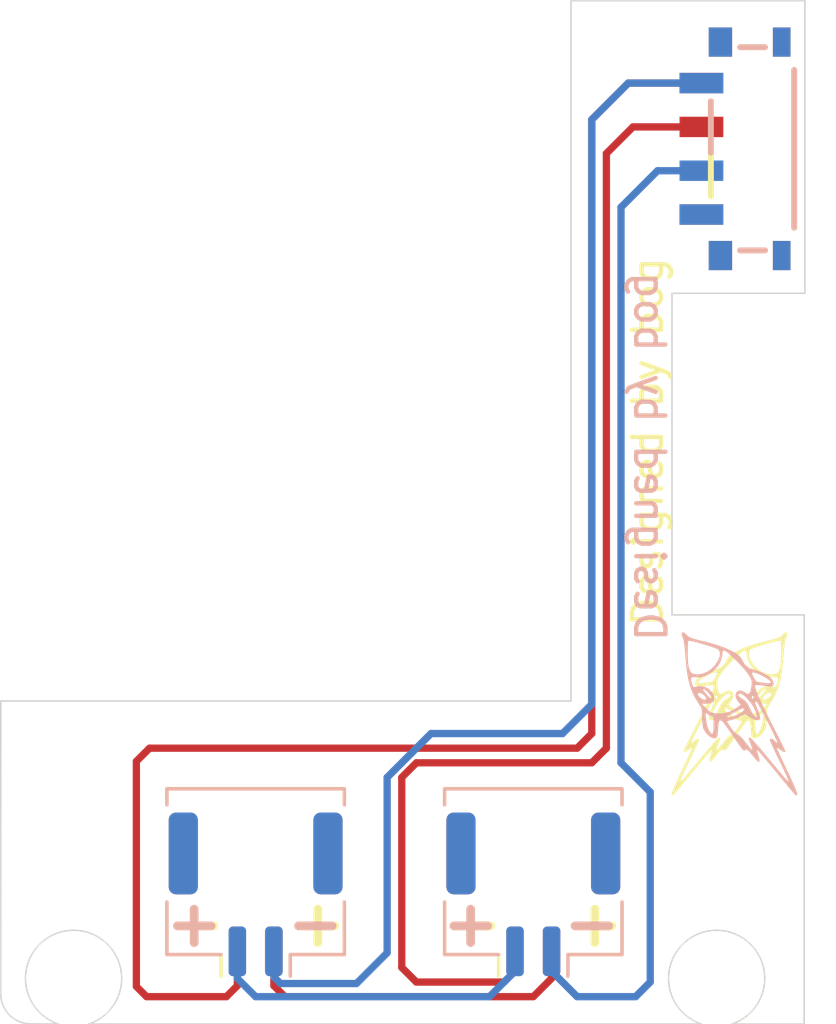
<source format=kicad_pcb>
(kicad_pcb (version 20240108) (generator "pcbnew") (generator_version "8.0")
  (layers (0 "F.Cu" signal) (31 "B.Cu" signal) (34 "B.Paste" user) (35 "F.Paste" user) (36 "B.SilkS" user "B.Silkscreen") (37 "F.SilkS" user "F.Silkscreen") (38 "B.Mask" user) (39 "F.Mask" user) (44 "Edge.Cuts" user))
  (net 0 "")
  (net 1 "Net-(J1--)")
  (net 2 "Net-(J1-+)")
  (net 3 "Net-(S1-P)")
  (net 5 "Net-(J5--)")
  (net 6 "Net-(J5-+)")
  (net 7 "Net-(S2-P)")
  (footprint "Connector_Molex:Molex_CLIK-Mate_502382-0270_1x02-1MP_P1.25mm_Vertical" (layer "F.Cu") (at 50.5 118.5)
    (property "Reference" "J1" (hide yes))
    (property "Value" "JST_2MM_MALE" (hide yes))
    (fp_line (start -3.035 -3.61) (end 3.035 -3.61) (stroke (width 0.12)) (layer "F.SilkS"))
    (fp_line (start -3.035 -3.06) (end -3.035 -3.61) (stroke (width 0.12)) (layer "F.SilkS"))
    (fp_line (start -3.035 0.26) (end -3.035 2.06) (stroke (width 0.12)) (layer "F.SilkS"))
    (fp_line (start -3.035 2.06) (end -1.185 2.06) (stroke (width 0.12)) (layer "F.SilkS"))
    (fp_line (start -1.185 2.06) (end -1.185 2.8) (stroke (width 0.12)) (layer "F.SilkS"))
    (fp_line (start 3.035 -3.61) (end 3.035 -3.06) (stroke (width 0.12)) (layer "F.SilkS"))
    (fp_line (start 3.035 0.26) (end 3.035 2.06) (stroke (width 0.12)) (layer "F.SilkS"))
    (fp_line (start 3.035 2.06) (end 1.185 2.06) (stroke (width 0.12)) (layer "F.SilkS"))
    (pad "1" smd roundrect (at -0.625 1.95) (size 0.6 1.7) (layers "F.Cu" "F.Paste" "F.Mask") (net 1 "Net-(J1--)"))
    (pad "2" smd roundrect (at 0.625 1.95) (size 0.6 1.7) (layers "F.Cu" "F.Paste" "F.Mask") (net 2 "Net-(J1-+)"))
    (pad "MP" smd roundrect (at -2.475 -1.4) (size 1 2.8) (layers "F.Cu" "F.Paste" "F.Mask"))
    (pad "MP" smd roundrect (at 2.475 -1.4) (size 1 2.8) (layers "F.Cu" "F.Paste" "F.Mask"))
  )
  (footprint "bog_lib:logo" (layer "F.Cu") (at 66.711323 112.325837)
    (property "Reference" "G***" (hide yes))
    (property "Value" "LOGO" (hide yes))
    (fp_poly (pts (xy 1.964808 -2.784222) (xy 1.984734 -2.730253) (xy 1.956116 -2.642122) (xy 1.94536 -2.620596) (xy 1.91295 -2.522424) (xy 1.885239 -2.360045) (xy 1.861551 -2.128696) (xy 1.847614 -1.933068) (xy 1.807994 -1.50793) (xy 1.744262 -1.14533) (xy 1.653007 -0.833673) (xy 1.530823 -0.561366) (xy 1.3743 -0.316814) (xy 1.371325 -0.312833) (xy 1.320456 -0.235153) (xy 1.291577 -0.155609) (xy 1.279223 -0.049363) (xy 1.277932 0.108422) (xy 1.277971 0.111497) (xy 1.270852 0.322215) (xy 1.241175 0.478538) (xy 1.213426 0.550164) (xy 1.125435 0.684186) (xy 1.012876 0.784991) (xy 0.895728 0.837211) (xy 0.836979 0.839714) (xy 0.792866 0.826964) (xy 0.765027 0.793119) (xy 0.747865 0.721723) (xy 0.735787 0.596324) (xy 0.731212 0.528687) (xy 0.718742 0.388192) (xy 0.718721 0.388056) (xy 0.885151 0.388056) (xy 0.890435 0.559499) (xy 0.907971 0.657119) (xy 0.940283 0.683445) (xy 0.989898 0.641005) (xy 1.048305 0.551477) (xy 1.088615 0.450289) (xy 1.123395 0.307437) (xy 1.140972 0.188961) (xy 1.153394 0.057119) (xy 1.15419 -0.01076) (xy 1.139776 -0.027261) (xy 1.106566 -0.004971) (xy 1.089889 0.009622) (xy 1.008367 0.061272) (xy 0.949469 0.07697) (xy 0.917143 0.087505) (xy 0.897678 0.128902) (xy 0.888037 0.215854) (xy 0.885182 0.36305) (xy 0.885151 0.388056) (xy 0.718721 0.388056) (xy 0.702918 0.28333) (xy 0.686711 0.23253) (xy 0.683106 0.23043) (xy 0.619341 0.230909) (xy 0.618346 0.23091) (xy 0.585345 0.261097) (xy 0.517906 0.344363) (xy 0.424311 0.469759) (xy 0.312844 0.626339) (xy 0.247052 0.721591) (xy 0.108483 0.924332) (xy 0.006814 1.071612) (xy -0.064857 1.171264) (xy -0.113431 1.231119) (xy -0.145809 1.25901) (xy -0.168893 1.262768) (xy -0.189584 1.250224) (xy -0.206249 1.236012) (xy -0.242958 1.222313) (xy -0.289837 1.246171) (xy -0.358485 1.316659) (xy -0.444467 1.42237) (xy -0.535421 1.53307) (xy -0.610461 1.61516) (xy -0.655726 1.653687) (xy -0.65992 1.654849) (xy -0.688921 1.622946) (xy -0.685819 1.538089) (xy -0.652145 1.416558) (xy -0.632844 1.366986) (xy -0.604012 1.281807) (xy -0.602885 1.238491) (xy -0.610442 1.237211) (xy -0.644097 1.269587) (xy -0.719264 1.353636) (xy -0.829008 1.481218) (xy -0.966395 1.644194) (xy -1.124492 1.834425) (xy -1.268374 2.00951) (xy -1.438643 2.21688) (xy -1.593985 2.404449) (xy -1.727451 2.563957) (xy -1.832094 2.687145) (xy -1.900965 2.765754) (xy -1.926047 2.791267) (xy -1.969474 2.783034) (xy -1.984344 2.759359) (xy -1.974397 2.709971) (xy -1.934775 2.602433) (xy -1.870053 2.447522) (xy -1.803423 2.297836) (xy -1.67519 2.297836) (xy -1.666675 2.307148) (xy -1.664987 2.307121) (xy -1.633595 2.277968) (xy -1.560689 2.196992) (xy -1.453131 2.072235) (xy -1.317784 1.911738) (xy -1.161511 1.723544) (xy -1.02458 1.556666) (xy -0.855261 1.351738) (xy -0.699746 1.16822) (xy -0.565184 1.014169) (xy -0.458721 0.897643) (xy -0.387504 0.826701) (xy -0.360716 0.808182) (xy -0.325602 0.810742) (xy -0.312918 0.829315) (xy -0.32434 0.880242) (xy -0.361548 0.979864) (xy -0.384287 1.037667) (xy -0.421521 1.143621) (xy -0.43724 1.213138) (xy -0.432393 1.229414) (xy -0.397843 1.199705) (xy -0.330477 1.122406) (xy -0.242794 1.012148) (xy -0.210491 0.969641) (xy -0.103001 0.838226) (xy -0.008604 0.744423) (xy 0.059392 0.701268) (xy 0.064503 0.700199) (xy 0.133766 0.660113) (xy 0.222322 0.56538) (xy 0.284615 0.479503) (xy 0.355551 0.370463) (xy 0.405558 0.28939) (xy 0.423333 0.255027) (xy 0.389679 0.23891) (xy 0.306124 0.218288) (xy 0.279015 0.213046) (xy 0.154424 0.17699) (xy 0.014037 0.118059) (xy -0.032396 0.094044) (xy -0.199488 0.001471) (xy -0.324246 0.096628) (xy -0.447282 0.172333) (xy -0.565652 0.21502) (xy -0.66047 0.220516) (xy -0.712852 0.184646) (xy -0.713646 0.182693) (xy -0.711132 0.119622) (xy -0.692888 0.048465) (xy -0.598548 0.048465) (xy -0.5948 0.101851) (xy -0.561789 0.115455) (xy -0.514641 0.080889) (xy -0.449584 -0.015601) (xy -0.386742 -0.138139) (xy -0.15394 -0.138139) (xy -0.120589 -0.089213) (xy -0.034941 -0.02932) (xy 0.081402 0.030995) (xy 0.206834 0.081187) (xy 0.319751 0.110711) (xy 0.363541 0.114442) (xy 0.412763 0.110103) (xy 0.417987 0.093981) (xy 0.372077 0.059638) (xy 0.267898 0.00064) (xy 0.192896 -0.039497) (xy 0.036701 -0.121106) (xy -0.064124 -0.168804) (xy -0.121532 -0.18599) (xy -0.147477 -0.176063) (xy -0.153909 -0.142423) (xy -0.15394 -0.138139) (xy -0.386742 -0.138139) (xy -0.373888 -0.163204) (xy -0.372574 -0.166043) (xy -0.296697 -0.318839) (xy -0.231384 -0.417455) (xy -0.162175 -0.480497) (xy -0.102015 -0.514212) (xy -0.010541 -0.572953) (xy 0.034363 -0.632202) (xy 0.026715 -0.677036) (xy -0.030472 -0.692727) (xy -0.101352 -0.663101) (xy -0.197904 -0.585284) (xy -0.304235 -0.475866) (xy -0.404452 -0.351436) (xy -0.482662 -0.228584) (xy -0.491341 -0.211666) (xy -0.56466 -0.053265) (xy -0.598548 0.048465) (xy -0.692888 0.048465) (xy -0.683121 0.010371) (xy -0.637269 -0.117271) (xy -0.578553 -0.265931) (xy -0.548295 -0.357443) (xy -0.543883 -0.405079) (xy -0.562707 -0.422112) (xy -0.57707 -0.423333) (xy -0.60365 -0.3909) (xy -0.657146 -0.301915) (xy -0.731179 -0.168849) (xy -0.819371 -0.004175) (xy -0.915343 0.179636) (xy -1.012719 0.370112) (xy -1.105118 0.554782) (xy -1.186164 0.721173) (xy -1.249478 0.856816) (xy -1.288682 0.949237) (xy -1.297696 0.985739) (xy -1.264245 0.972352) (xy -1.212487 0.923873) (xy -1.138385 0.864697) (xy -1.073757 0.848261) (xy -1.040181 0.8787) (xy -1.039091 0.890661) (xy -1.055216 0.93865) (xy -1.09978 1.042957) (xy -1.167072 1.190919) (xy -1.251379 1.369876) (xy -1.312584 1.496797) (xy -1.439052 1.757607) (xy -1.53463 1.957204) (xy -1.602677 2.103307) (xy -1.646547 2.203634) (xy -1.6696 2.265904) (xy -1.67519 2.297836) (xy -1.803423 2.297836) (xy -1.784808 2.256017) (xy -1.683616 2.038697) (xy -1.637543 1.942489) (xy -1.531146 1.72031) (xy -1.438044 1.522423) (xy -1.36285 1.358924) (xy -1.310177 1.239909) (xy -1.28464 1.175474) (xy -1.283202 1.167) (xy -1.31902 1.178696) (xy -1.388039 1.225352) (xy -1.395271 1.230977) (xy -1.487104 1.290018) (xy -1.553577 1.308348) (xy -1.577879 1.283272) (xy -1.561026 1.243714) (xy -1.51347 1.144756) (xy -1.439715 0.995442) (xy -1.344266 0.804818) (xy -1.231628 0.58193) (xy -1.106305 0.335822) (xy -1.095981 0.315626) (xy -0.912106 -0.04908) (xy -0.766189 -0.350068) (xy -0.658221 -0.587547) (xy -0.481786 -0.587547) (xy -0.475736 -0.55803) (xy -0.44842 -0.507393) (xy -0.438459 -0.500303) (xy -0.425005 -0.531729) (xy -0.423334 -0.55803) (xy -0.443474 -0.609254) (xy -0.460611 -0.615757) (xy -0.481786 -0.587547) (xy -0.658221 -0.587547) (xy -0.657134 -0.589939) (xy -0.583842 -0.771299) (xy -0.545215 -0.896752) (xy -0.540155 -0.968901) (xy -0.547899 -0.984059) (xy -0.592374 -0.987463) (xy -0.692121 -0.978858) (xy -0.8267 -0.960095) (xy -0.844981 -0.957124) (xy -1.012044 -0.93515) (xy -1.115276 -0.939402) (xy -1.164831 -0.974881) (xy -1.170863 -1.046591) (xy -1.1651 -1.073989) (xy -1.077576 -1.073989) (xy -1.049073 -1.050209) (xy -0.95864 -1.047611) (xy -0.859876 -1.057422) (xy -0.842433 -1.059858) (xy -0.420905 -1.059858) (xy -0.414943 -0.96531) (xy -0.394769 -0.84084) (xy -0.364497 -0.742954) (xy -0.347882 -0.713799) (xy -0.306555 -0.679138) (xy -0.258197 -0.691312) (xy -0.202223 -0.731764) (xy -0.080548 -0.796469) (xy 0.022276 -0.797864) (xy 0.09704 -0.749004) (xy 0.134535 -0.662943) (xy 0.125554 -0.552735) (xy 0.060888 -0.431433) (xy 0.032795 -0.398591) (xy -0.044158 -0.316122) (xy 0.087246 -0.215896) (xy 0.318915 -0.080144) (xy 0.568069 -0.017059) (xy 0.74287 -0.012872) (xy 0.876785 -0.024951) (xy 0.969359 -0.054176) (xy 1.054636 -0.115833) (xy 1.127153 -0.185406) (xy 1.28811 -0.346363) (xy 1.127864 -0.346363) (xy 0.971965 -0.368569) (xy 0.880024 -0.43274) (xy 0.854017 -0.535204) (xy 0.859546 -0.553293) (xy 0.962121 -0.553293) (xy 0.974348 -0.513002) (xy 0.991091 -0.521469) (xy 1.000437 -0.532302) (xy 1.137183 -0.532302) (xy 1.147684 -0.48981) (xy 1.201407 -0.483985) (xy 1.284639 -0.517883) (xy 1.356591 -0.569844) (xy 1.410386 -0.637796) (xy 1.423939 -0.682042) (xy 1.397478 -0.71655) (xy 1.33279 -0.70994) (xy 1.25192 -0.668968) (xy 1.183615 -0.608404) (xy 1.137183 -0.532302) (xy 1.000437 -0.532302) (xy 1.032567 -0.569542) (xy 1.105916 -0.651231) (xy 1.15258 -0.702348) (xy 1.218056 -0.782768) (xy 1.244657 -0.835159) (xy 1.236104 -0.846666) (xy 1.170482 -0.817651) (xy 1.088509 -0.746956) (xy 1.01309 -0.659109) (xy 0.967131 -0.578634) (xy 0.962121 -0.553293) (xy 0.859546 -0.553293) (xy 0.895919 -0.672292) (xy 0.924623 -0.723906) (xy 1.045898 -0.855756) (xy 1.204504 -0.932384) (xy 1.378794 -0.944805) (xy 1.431821 -0.934426) (xy 1.52606 -0.914157) (xy 1.574766 -0.928088) (xy 1.606095 -0.988192) (xy 1.614624 -1.012159) (xy 1.653549 -1.147707) (xy 1.651179 -1.225573) (xy 1.603984 -1.255142) (xy 1.525486 -1.249219) (xy 1.324084 -1.248224) (xy 1.121692 -1.311169) (xy 0.932666 -1.426567) (xy 0.771364 -1.582936) (xy 0.652145 -1.768789) (xy 0.589366 -1.972643) (xy 0.586018 -2.000703) (xy 0.574474 -2.098149) (xy 0.668564 -2.098149) (xy 0.675324 -1.971392) (xy 0.729418 -1.82814) (xy 0.823355 -1.682732) (xy 0.949643 -1.549506) (xy 1.100789 -1.442801) (xy 1.112492 -1.436492) (xy 1.280112 -1.371677) (xy 1.444262 -1.348997) (xy 1.581574 -1.370276) (xy 1.630365 -1.396106) (xy 1.682112 -1.464072) (xy 1.725774 -1.570634) (xy 1.733015 -1.598151) (xy 1.748818 -1.70099) (xy 1.760065 -1.841904) (xy 1.766667 -2.003078) (xy 1.768537 -2.166697) (xy 1.765587 -2.314946) (xy 1.757729 -2.43001) (xy 1.744875 -2.494072) (xy 1.737471 -2.501515) (xy 1.657548 -2.490338) (xy 1.527848 -2.460432) (xy 1.366416 -2.417229) (xy 1.191294 -2.366164) (xy 1.020524 -2.312671) (xy 0.872149 -2.262182) (xy 0.764211 -2.220133) (xy 0.716633 -2.194073) (xy 0.668564 -2.098149) (xy 0.574474 -2.098149) (xy 0.572813 -2.112174) (xy 0.554724 -2.161842) (xy 0.52156 -2.164691) (xy 0.485901 -2.147902) (xy 0.400769 -2.087579) (xy 0.281042 -1.983185) (xy 0.141538 -1.849668) (xy -0.002926 -1.701971) (xy -0.137531 -1.555039) (xy -0.24746 -1.423818) (xy -0.293093 -1.362224) (xy -0.370855 -1.242018) (xy -0.410314 -1.15147) (xy -0.420905 -1.059858) (xy -0.842433 -1.059858) (xy -0.732827 -1.075165) (xy -0.635141 -1.092187) (xy -0.598718 -1.101298) (xy -0.553611 -1.14286) (xy -0.500967 -1.221573) (xy -0.455218 -1.310523) (xy -0.4308 -1.3828) (xy -0.433813 -1.408762) (xy -0.488215 -1.414386) (xy -0.58676 -1.385828) (xy -0.710473 -1.332956) (xy -0.84038 -1.265637) (xy -0.957506 -1.193738) (xy -1.042876 -1.127128) (xy -1.077514 -1.075673) (xy -1.077576 -1.073989) (xy -1.1651 -1.073989) (xy -1.15732 -1.110981) (xy -1.101896 -1.198451) (xy -0.990102 -1.292817) (xy -0.840363 -1.382808) (xy -0.671104 -1.457152) (xy -0.520133 -1.500787) (xy -0.319642 -1.575243) (xy -0.17313 -1.702642) (xy -0.088277 -1.866515) (xy -0.021645 -1.965281) (xy 0.112056 -2.070087) (xy 0.303638 -2.176523) (xy 0.543913 -2.280182) (xy 0.823692 -2.376657) (xy 1.133787 -2.461539) (xy 1.169973 -2.470123) (xy 1.388441 -2.522704) (xy 1.545512 -2.565365) (xy 1.655248 -2.603373) (xy 1.731709 -2.641995) (xy 1.788956 -2.686497) (xy 1.8134 -2.711131) (xy 1.893283 -2.783652) (xy 1.946232 -2.796435)) (fill solid) (layer "F.SilkS"))
  )
  (footprint "Switches:SWITCH_SPST_SMD_A" (layer "F.Cu") (at 67.5 93 -90)
    (property "Reference" "S1" (hide yes))
    (property "Value" "SWITCH-SPDT-SMD-RIGHT-ANGLE" (hide yes))
    (fp_line (start 1.6256 1.42494) (end -0.127 1.42494) (stroke (width 0.2032)) (layer "F.SilkS"))
    (fp_line (start -3.47472 -0.42672) (end -3.47472 0.42672) (stroke (width 0.2032)) (layer "F.SilkS"))
    (fp_line (start 3.47472 -0.42672) (end 3.47472 0.42672) (stroke (width 0.2032)) (layer "F.SilkS"))
    (fp_line (start 2.69748 -1.42494) (end -2.69748 -1.42494) (stroke (width 0.2032)) (layer "F.SilkS"))
    (pad "" np_thru_hole circle (at -1.4986 0 270) (size 0.89916 0.89916) (drill 0.89916) (layers "*.Cu" "*.Mask"))
    (pad "" np_thru_hole circle (at 1.4986 0 270) (size 0.89916 0.89916) (drill 0.89916) (layers "*.Cu" "*.Mask"))
    (pad "1" smd rect (at -2.2479 1.74752 90) (size 0.6985 1.4986) (layers "F.Cu" "F.Paste" "F.Mask") (net 1 "Net-(J1--)"))
    (pad "2" smd rect (at -0.7493 1.74752 90) (size 0.6985 1.4986) (layers "F.Cu" "F.Paste" "F.Mask") (net 3 "Net-(S1-P)"))
    (pad "3" smd rect (at 2.2479 1.74752 90) (size 0.6985 1.4986) (layers "F.Cu" "F.Paste" "F.Mask"))
    (pad "GND1" smd rect (at -3.64998 -0.99822 270) (size 0.99822 0.59944) (layers "F.Cu" "F.Paste" "F.Mask"))
    (pad "GND2" smd rect (at -3.64998 1.09982 270) (size 0.99822 0.79756) (layers "F.Cu" "F.Paste" "F.Mask"))
    (pad "GND3" smd rect (at 3.64998 -0.99822 270) (size 0.99822 0.59944) (layers "F.Cu" "F.Paste" "F.Mask"))
    (pad "GND4" smd rect (at 3.64998 1.09982 270) (size 0.99822 0.79756) (layers "F.Cu" "F.Paste" "F.Mask"))
  )
  (footprint "Connector_Molex:Molex_CLIK-Mate_502382-0270_1x02-1MP_P1.25mm_Vertical" (layer "F.Cu") (at 60 118.5)
    (property "Reference" "J2" (hide yes))
    (property "Value" "JST_2MM_MALE" (hide yes))
    (fp_line (start -3.035 -3.61) (end 3.035 -3.61) (stroke (width 0.12)) (layer "F.SilkS"))
    (fp_line (start -3.035 -3.06) (end -3.035 -3.61) (stroke (width 0.12)) (layer "F.SilkS"))
    (fp_line (start -3.035 0.26) (end -3.035 2.06) (stroke (width 0.12)) (layer "F.SilkS"))
    (fp_line (start -3.035 2.06) (end -1.185 2.06) (stroke (width 0.12)) (layer "F.SilkS"))
    (fp_line (start -1.185 2.06) (end -1.185 2.8) (stroke (width 0.12)) (layer "F.SilkS"))
    (fp_line (start 3.035 -3.61) (end 3.035 -3.06) (stroke (width 0.12)) (layer "F.SilkS"))
    (fp_line (start 3.035 0.26) (end 3.035 2.06) (stroke (width 0.12)) (layer "F.SilkS"))
    (fp_line (start 3.035 2.06) (end 1.185 2.06) (stroke (width 0.12)) (layer "F.SilkS"))
    (pad "1" smd roundrect (at -0.625 1.95) (size 0.6 1.7) (layers "F.Cu" "F.Paste" "F.Mask") (net 3 "Net-(S1-P)"))
    (pad "2" smd roundrect (at 0.625 1.95) (size 0.6 1.7) (layers "F.Cu" "F.Paste" "F.Mask") (net 2 "Net-(J1-+)"))
    (pad "MP" smd roundrect (at -2.475 -1.4) (size 1 2.8) (layers "F.Cu" "F.Paste" "F.Mask"))
    (pad "MP" smd roundrect (at 2.475 -1.4) (size 1 2.8) (layers "F.Cu" "F.Paste" "F.Mask"))
  )
  (footprint "Connector_Molex:Molex_CLIK-Mate_502382-0270_1x02-1MP_P1.25mm_Vertical" (layer "B.Cu") (at 60 118.5 180)
    (property "Reference" "J3" (hide yes))
    (property "Value" "JST_2MM_MALE" (hide yes))
    (fp_line (start 3.035 3.61) (end 3.035 3.06) (stroke (width 0.12)) (layer "B.SilkS"))
    (fp_line (start 3.035 -0.26) (end 3.035 -2.06) (stroke (width 0.12)) (layer "B.SilkS"))
    (fp_line (start 3.035 -2.06) (end 1.185 -2.06) (stroke (width 0.12)) (layer "B.SilkS"))
    (fp_line (start -1.185 -2.06) (end -1.185 -2.8) (stroke (width 0.12)) (layer "B.SilkS"))
    (fp_line (start -3.035 3.61) (end 3.035 3.61) (stroke (width 0.12)) (layer "B.SilkS"))
    (fp_line (start -3.035 3.06) (end -3.035 3.61) (stroke (width 0.12)) (layer "B.SilkS"))
    (fp_line (start -3.035 -0.26) (end -3.035 -2.06) (stroke (width 0.12)) (layer "B.SilkS"))
    (fp_line (start -3.035 -2.06) (end -1.185 -2.06) (stroke (width 0.12)) (layer "B.SilkS"))
    (pad "1" smd roundrect (at -0.625 -1.95 180) (size 0.6 1.7) (layers "B.Cu" "B.Paste" "B.Mask") (net 7 "Net-(S2-P)"))
    (pad "2" smd roundrect (at 0.625 -1.95 180) (size 0.6 1.7) (layers "B.Cu" "B.Paste" "B.Mask") (net 6 "Net-(J5-+)"))
    (pad "MP" smd roundrect (at -2.475 1.4 180) (size 1 2.8) (layers "B.Cu" "B.Paste" "B.Mask"))
    (pad "MP" smd roundrect (at 2.475 1.4 180) (size 1 2.8) (layers "B.Cu" "B.Paste" "B.Mask"))
  )
  (footprint "Switches:SWITCH_SPST_SMD_A" (layer "B.Cu") (at 67.5 93 90)
    (property "Reference" "S2" (hide yes))
    (property "Value" "SWITCH-SPDT-SMD-RIGHT-ANGLE" (hide yes))
    (fp_line (start 1.6256 -1.42494) (end -0.127 -1.42494) (stroke (width 0.2032)) (layer "B.SilkS"))
    (fp_line (start 3.47472 0.42672) (end 3.47472 -0.42672) (stroke (width 0.2032)) (layer "B.SilkS"))
    (fp_line (start -3.47472 0.42672) (end -3.47472 -0.42672) (stroke (width 0.2032)) (layer "B.SilkS"))
    (fp_line (start 2.69748 1.42494) (end -2.69748 1.42494) (stroke (width 0.2032)) (layer "B.SilkS"))
    (pad "" np_thru_hole circle (at -1.4986 0 90) (size 0.89916 0.89916) (drill 0.89916) (layers "*.Cu" "*.Mask"))
    (pad "" np_thru_hole circle (at 1.4986 0 90) (size 0.89916 0.89916) (drill 0.89916) (layers "*.Cu" "*.Mask"))
    (pad "1" smd rect (at -2.2479 -1.74752 270) (size 0.6985 1.4986) (layers "B.Cu" "B.Paste" "B.Mask"))
    (pad "2" smd rect (at -0.7493 -1.74752 270) (size 0.6985 1.4986) (layers "B.Cu" "B.Paste" "B.Mask") (net 7 "Net-(S2-P)"))
    (pad "3" smd rect (at 2.2479 -1.74752 270) (size 0.6985 1.4986) (layers "B.Cu" "B.Paste" "B.Mask") (net 5 "Net-(J5--)"))
    (pad "GND1" smd rect (at -3.64998 0.99822 90) (size 0.99822 0.59944) (layers "B.Cu" "B.Paste" "B.Mask"))
    (pad "GND2" smd rect (at -3.64998 -1.09982 90) (size 0.99822 0.79756) (layers "B.Cu" "B.Paste" "B.Mask"))
    (pad "GND3" smd rect (at 3.64998 0.99822 90) (size 0.99822 0.59944) (layers "B.Cu" "B.Paste" "B.Mask"))
    (pad "GND4" smd rect (at 3.64998 -1.09982 90) (size 0.99822 0.79756) (layers "B.Cu" "B.Paste" "B.Mask"))
  )
  (footprint "Connector_Molex:Molex_CLIK-Mate_502382-0270_1x02-1MP_P1.25mm_Vertical" (layer "B.Cu") (at 50.5 118.5 180)
    (property "Reference" "J5" (hide yes))
    (property "Value" "JST_2MM_MALE" (hide yes))
    (fp_line (start 3.035 3.61) (end 3.035 3.06) (stroke (width 0.12)) (layer "B.SilkS"))
    (fp_line (start 3.035 -0.26) (end 3.035 -2.06) (stroke (width 0.12)) (layer "B.SilkS"))
    (fp_line (start 3.035 -2.06) (end 1.185 -2.06) (stroke (width 0.12)) (layer "B.SilkS"))
    (fp_line (start -1.185 -2.06) (end -1.185 -2.8) (stroke (width 0.12)) (layer "B.SilkS"))
    (fp_line (start -3.035 3.61) (end 3.035 3.61) (stroke (width 0.12)) (layer "B.SilkS"))
    (fp_line (start -3.035 3.06) (end -3.035 3.61) (stroke (width 0.12)) (layer "B.SilkS"))
    (fp_line (start -3.035 -0.26) (end -3.035 -2.06) (stroke (width 0.12)) (layer "B.SilkS"))
    (fp_line (start -3.035 -2.06) (end -1.185 -2.06) (stroke (width 0.12)) (layer "B.SilkS"))
    (pad "1" smd roundrect (at -0.625 -1.95 180) (size 0.6 1.7) (layers "B.Cu" "B.Paste" "B.Mask") (net 5 "Net-(J5--)"))
    (pad "2" smd roundrect (at 0.625 -1.95 180) (size 0.6 1.7) (layers "B.Cu" "B.Paste" "B.Mask") (net 6 "Net-(J5-+)"))
    (pad "MP" smd roundrect (at -2.475 1.4 180) (size 1 2.8) (layers "B.Cu" "B.Paste" "B.Mask"))
    (pad "MP" smd roundrect (at 2.475 1.4 180) (size 1 2.8) (layers "B.Cu" "B.Paste" "B.Mask"))
  )
  (footprint "bog_lib:logo" (layer "B.Cu") (at 67.051126 112.325837 180)
    (property "Reference" "G***" (hide yes))
    (property "Value" "LOGO" (hide yes))
    (fp_poly (pts (xy 1.964808 2.784222) (xy 1.984734 2.730253) (xy 1.956116 2.642122) (xy 1.94536 2.620596) (xy 1.91295 2.522424) (xy 1.885239 2.360045) (xy 1.861551 2.128696) (xy 1.847614 1.933068) (xy 1.807994 1.50793) (xy 1.744262 1.14533) (xy 1.653007 0.833673) (xy 1.530823 0.561366) (xy 1.3743 0.316814) (xy 1.371325 0.312833) (xy 1.320456 0.235153) (xy 1.291577 0.155609) (xy 1.279223 0.049363) (xy 1.277932 -0.108422) (xy 1.277971 -0.111497) (xy 1.270852 -0.322215) (xy 1.241175 -0.478538) (xy 1.213426 -0.550164) (xy 1.125435 -0.684186) (xy 1.012876 -0.784991) (xy 0.895728 -0.837211) (xy 0.836979 -0.839714) (xy 0.792866 -0.826964) (xy 0.765027 -0.793119) (xy 0.747865 -0.721723) (xy 0.735787 -0.596324) (xy 0.731212 -0.528687) (xy 0.718742 -0.388192) (xy 0.718721 -0.388056) (xy 0.885151 -0.388056) (xy 0.890435 -0.559499) (xy 0.907971 -0.657119) (xy 0.940283 -0.683445) (xy 0.989898 -0.641005) (xy 1.048305 -0.551477) (xy 1.088615 -0.450289) (xy 1.123395 -0.307437) (xy 1.140972 -0.188961) (xy 1.153394 -0.057119) (xy 1.15419 0.01076) (xy 1.139776 0.027261) (xy 1.106566 0.004971) (xy 1.089889 -0.009622) (xy 1.008367 -0.061272) (xy 0.949469 -0.07697) (xy 0.917143 -0.087505) (xy 0.897678 -0.128902) (xy 0.888037 -0.215854) (xy 0.885182 -0.36305) (xy 0.885151 -0.388056) (xy 0.718721 -0.388056) (xy 0.702918 -0.28333) (xy 0.686711 -0.23253) (xy 0.683106 -0.23043) (xy 0.619341 -0.230909) (xy 0.618346 -0.23091) (xy 0.585345 -0.261097) (xy 0.517906 -0.344363) (xy 0.424311 -0.469759) (xy 0.312844 -0.626339) (xy 0.247052 -0.721591) (xy 0.108483 -0.924332) (xy 0.006814 -1.071612) (xy -0.064857 -1.171264) (xy -0.113431 -1.231119) (xy -0.145809 -1.25901) (xy -0.168893 -1.262768) (xy -0.189584 -1.250224) (xy -0.206249 -1.236012) (xy -0.242958 -1.222313) (xy -0.289837 -1.246171) (xy -0.358485 -1.316659) (xy -0.444467 -1.42237) (xy -0.535421 -1.53307) (xy -0.610461 -1.61516) (xy -0.655726 -1.653687) (xy -0.65992 -1.654849) (xy -0.688921 -1.622946) (xy -0.685819 -1.538089) (xy -0.652145 -1.416558) (xy -0.632844 -1.366986) (xy -0.604012 -1.281807) (xy -0.602885 -1.238491) (xy -0.610442 -1.237211) (xy -0.644097 -1.269587) (xy -0.719264 -1.353636) (xy -0.829008 -1.481218) (xy -0.966395 -1.644194) (xy -1.124492 -1.834425) (xy -1.268374 -2.00951) (xy -1.438643 -2.21688) (xy -1.593985 -2.404449) (xy -1.727451 -2.563957) (xy -1.832094 -2.687145) (xy -1.900965 -2.765754) (xy -1.926047 -2.791267) (xy -1.969474 -2.783034) (xy -1.984344 -2.759359) (xy -1.974397 -2.709971) (xy -1.934775 -2.602433) (xy -1.870053 -2.447522) (xy -1.803423 -2.297836) (xy -1.67519 -2.297836) (xy -1.666675 -2.307148) (xy -1.664987 -2.307121) (xy -1.633595 -2.277968) (xy -1.560689 -2.196992) (xy -1.453131 -2.072235) (xy -1.317784 -1.911738) (xy -1.161511 -1.723544) (xy -1.02458 -1.556666) (xy -0.855261 -1.351738) (xy -0.699746 -1.16822) (xy -0.565184 -1.014169) (xy -0.458721 -0.897643) (xy -0.387504 -0.826701) (xy -0.360716 -0.808182) (xy -0.325602 -0.810742) (xy -0.312918 -0.829315) (xy -0.32434 -0.880242) (xy -0.361548 -0.979864) (xy -0.384287 -1.037667) (xy -0.421521 -1.143621) (xy -0.43724 -1.213138) (xy -0.432393 -1.229414) (xy -0.397843 -1.199705) (xy -0.330477 -1.122406) (xy -0.242794 -1.012148) (xy -0.210491 -0.969641) (xy -0.103001 -0.838226) (xy -0.008604 -0.744423) (xy 0.059392 -0.701268) (xy 0.064503 -0.700199) (xy 0.133766 -0.660113) (xy 0.222322 -0.56538) (xy 0.284615 -0.479503) (xy 0.355551 -0.370463) (xy 0.405558 -0.28939) (xy 0.423333 -0.255027) (xy 0.389679 -0.23891) (xy 0.306124 -0.218288) (xy 0.279015 -0.213046) (xy 0.154424 -0.17699) (xy 0.014037 -0.118059) (xy -0.032396 -0.094044) (xy -0.199488 -0.001471) (xy -0.324246 -0.096628) (xy -0.447282 -0.172333) (xy -0.565652 -0.21502) (xy -0.66047 -0.220516) (xy -0.712852 -0.184646) (xy -0.713646 -0.182693) (xy -0.711132 -0.119622) (xy -0.692888 -0.048465) (xy -0.598548 -0.048465) (xy -0.5948 -0.101851) (xy -0.561789 -0.115455) (xy -0.514641 -0.080889) (xy -0.449584 0.015601) (xy -0.386742 0.138139) (xy -0.15394 0.138139) (xy -0.120589 0.089213) (xy -0.034941 0.02932) (xy 0.081402 -0.030995) (xy 0.206834 -0.081187) (xy 0.319751 -0.110711) (xy 0.363541 -0.114442) (xy 0.412763 -0.110103) (xy 0.417987 -0.093981) (xy 0.372077 -0.059638) (xy 0.267898 -0.00064) (xy 0.192896 0.039497) (xy 0.036701 0.121106) (xy -0.064124 0.168804) (xy -0.121532 0.18599) (xy -0.147477 0.176063) (xy -0.153909 0.142423) (xy -0.15394 0.138139) (xy -0.386742 0.138139) (xy -0.373888 0.163204) (xy -0.372574 0.166043) (xy -0.296697 0.318839) (xy -0.231384 0.417455) (xy -0.162175 0.480497) (xy -0.102015 0.514212) (xy -0.010541 0.572953) (xy 0.034363 0.632202) (xy 0.026715 0.677036) (xy -0.030472 0.692727) (xy -0.101352 0.663101) (xy -0.197904 0.585284) (xy -0.304235 0.475866) (xy -0.404452 0.351436) (xy -0.482662 0.228584) (xy -0.491341 0.211666) (xy -0.56466 0.053265) (xy -0.598548 -0.048465) (xy -0.692888 -0.048465) (xy -0.683121 -0.010371) (xy -0.637269 0.117271) (xy -0.578553 0.265931) (xy -0.548295 0.357443) (xy -0.543883 0.405079) (xy -0.562707 0.422112) (xy -0.57707 0.423333) (xy -0.60365 0.3909) (xy -0.657146 0.301915) (xy -0.731179 0.168849) (xy -0.819371 0.004175) (xy -0.915343 -0.179636) (xy -1.012719 -0.370112) (xy -1.105118 -0.554782) (xy -1.186164 -0.721173) (xy -1.249478 -0.856816) (xy -1.288682 -0.949237) (xy -1.297696 -0.985739) (xy -1.264245 -0.972352) (xy -1.212487 -0.923873) (xy -1.138385 -0.864697) (xy -1.073757 -0.848261) (xy -1.040181 -0.8787) (xy -1.039091 -0.890661) (xy -1.055216 -0.93865) (xy -1.09978 -1.042957) (xy -1.167072 -1.190919) (xy -1.251379 -1.369876) (xy -1.312584 -1.496797) (xy -1.439052 -1.757607) (xy -1.53463 -1.957204) (xy -1.602677 -2.103307) (xy -1.646547 -2.203634) (xy -1.6696 -2.265904) (xy -1.67519 -2.297836) (xy -1.803423 -2.297836) (xy -1.784808 -2.256017) (xy -1.683616 -2.038697) (xy -1.637543 -1.942489) (xy -1.531146 -1.72031) (xy -1.438044 -1.522423) (xy -1.36285 -1.358924) (xy -1.310177 -1.239909) (xy -1.28464 -1.175474) (xy -1.283202 -1.167) (xy -1.31902 -1.178696) (xy -1.388039 -1.225352) (xy -1.395271 -1.230977) (xy -1.487104 -1.290018) (xy -1.553577 -1.308348) (xy -1.577879 -1.283272) (xy -1.561026 -1.243714) (xy -1.51347 -1.144756) (xy -1.439715 -0.995442) (xy -1.344266 -0.804818) (xy -1.231628 -0.58193) (xy -1.106305 -0.335822) (xy -1.095981 -0.315626) (xy -0.912106 0.04908) (xy -0.766189 0.350068) (xy -0.658221 0.587547) (xy -0.481786 0.587547) (xy -0.475736 0.55803) (xy -0.44842 0.507393) (xy -0.438459 0.500303) (xy -0.425005 0.531729) (xy -0.423334 0.55803) (xy -0.443474 0.609254) (xy -0.460611 0.615757) (xy -0.481786 0.587547) (xy -0.658221 0.587547) (xy -0.657134 0.589939) (xy -0.583842 0.771299) (xy -0.545215 0.896752) (xy -0.540155 0.968901) (xy -0.547899 0.984059) (xy -0.592374 0.987463) (xy -0.692121 0.978858) (xy -0.8267 0.960095) (xy -0.844981 0.957124) (xy -1.012044 0.93515) (xy -1.115276 0.939402) (xy -1.164831 0.974881) (xy -1.170863 1.046591) (xy -1.1651 1.073989) (xy -1.077576 1.073989) (xy -1.049073 1.050209) (xy -0.95864 1.047611) (xy -0.859876 1.057422) (xy -0.842433 1.059858) (xy -0.420905 1.059858) (xy -0.414943 0.96531) (xy -0.394769 0.84084) (xy -0.364497 0.742954) (xy -0.347882 0.713799) (xy -0.306555 0.679138) (xy -0.258197 0.691312) (xy -0.202223 0.731764) (xy -0.080548 0.796469) (xy 0.022276 0.797864) (xy 0.09704 0.749004) (xy 0.134535 0.662943) (xy 0.125554 0.552735) (xy 0.060888 0.431433) (xy 0.032795 0.398591) (xy -0.044158 0.316122) (xy 0.087246 0.215896) (xy 0.318915 0.080144) (xy 0.568069 0.017059) (xy 0.74287 0.012872) (xy 0.876785 0.024951) (xy 0.969359 0.054176) (xy 1.054636 0.115833) (xy 1.127153 0.185406) (xy 1.28811 0.346363) (xy 1.127864 0.346363) (xy 0.971965 0.368569) (xy 0.880024 0.43274) (xy 0.854017 0.535204) (xy 0.859546 0.553293) (xy 0.962121 0.553293) (xy 0.974348 0.513002) (xy 0.991091 0.521469) (xy 1.000437 0.532302) (xy 1.137183 0.532302) (xy 1.147684 0.48981) (xy 1.201407 0.483985) (xy 1.284639 0.517883) (xy 1.356591 0.569844) (xy 1.410386 0.637796) (xy 1.423939 0.682042) (xy 1.397478 0.71655) (xy 1.33279 0.70994) (xy 1.25192 0.668968) (xy 1.183615 0.608404) (xy 1.137183 0.532302) (xy 1.000437 0.532302) (xy 1.032567 0.569542) (xy 1.105916 0.651231) (xy 1.15258 0.702348) (xy 1.218056 0.782768) (xy 1.244657 0.835159) (xy 1.236104 0.846666) (xy 1.170482 0.817651) (xy 1.088509 0.746956) (xy 1.01309 0.659109) (xy 0.967131 0.578634) (xy 0.962121 0.553293) (xy 0.859546 0.553293) (xy 0.895919 0.672292) (xy 0.924623 0.723906) (xy 1.045898 0.855756) (xy 1.204504 0.932384) (xy 1.378794 0.944805) (xy 1.431821 0.934426) (xy 1.52606 0.914157) (xy 1.574766 0.928088) (xy 1.606095 0.988192) (xy 1.614624 1.012159) (xy 1.653549 1.147707) (xy 1.651179 1.225573) (xy 1.603984 1.255142) (xy 1.525486 1.249219) (xy 1.324084 1.248224) (xy 1.121692 1.311169) (xy 0.932666 1.426567) (xy 0.771364 1.582936) (xy 0.652145 1.768789) (xy 0.589366 1.972643) (xy 0.586018 2.000703) (xy 0.574474 2.098149) (xy 0.668564 2.098149) (xy 0.675324 1.971392) (xy 0.729418 1.82814) (xy 0.823355 1.682732) (xy 0.949643 1.549506) (xy 1.100789 1.442801) (xy 1.112492 1.436492) (xy 1.280112 1.371677) (xy 1.444262 1.348997) (xy 1.581574 1.370276) (xy 1.630365 1.396106) (xy 1.682112 1.464072) (xy 1.725774 1.570634) (xy 1.733015 1.598151) (xy 1.748818 1.70099) (xy 1.760065 1.841904) (xy 1.766667 2.003078) (xy 1.768537 2.166697) (xy 1.765587 2.314946) (xy 1.757729 2.43001) (xy 1.744875 2.494072) (xy 1.737471 2.501515) (xy 1.657548 2.490338) (xy 1.527848 2.460432) (xy 1.366416 2.417229) (xy 1.191294 2.366164) (xy 1.020524 2.312671) (xy 0.872149 2.262182) (xy 0.764211 2.220133) (xy 0.716633 2.194073) (xy 0.668564 2.098149) (xy 0.574474 2.098149) (xy 0.572813 2.112174) (xy 0.554724 2.161842) (xy 0.52156 2.164691) (xy 0.485901 2.147902) (xy 0.400769 2.087579) (xy 0.281042 1.983185) (xy 0.141538 1.849668) (xy -0.002926 1.701971) (xy -0.137531 1.555039) (xy -0.24746 1.423818) (xy -0.293093 1.362224) (xy -0.370855 1.242018) (xy -0.410314 1.15147) (xy -0.420905 1.059858) (xy -0.842433 1.059858) (xy -0.732827 1.075165) (xy -0.635141 1.092187) (xy -0.598718 1.101298) (xy -0.553611 1.14286) (xy -0.500967 1.221573) (xy -0.455218 1.310523) (xy -0.4308 1.3828) (xy -0.433813 1.408762) (xy -0.488215 1.414386) (xy -0.58676 1.385828) (xy -0.710473 1.332956) (xy -0.84038 1.265637) (xy -0.957506 1.193738) (xy -1.042876 1.127128) (xy -1.077514 1.075673) (xy -1.077576 1.073989) (xy -1.1651 1.073989) (xy -1.15732 1.110981) (xy -1.101896 1.198451) (xy -0.990102 1.292817) (xy -0.840363 1.382808) (xy -0.671104 1.457152) (xy -0.520133 1.500787) (xy -0.319642 1.575243) (xy -0.17313 1.702642) (xy -0.088277 1.866515) (xy -0.021645 1.965281) (xy 0.112056 2.070087) (xy 0.303638 2.176523) (xy 0.543913 2.280182) (xy 0.823692 2.376657) (xy 1.133787 2.461539) (xy 1.169973 2.470123) (xy 1.388441 2.522704) (xy 1.545512 2.565365) (xy 1.655248 2.603373) (xy 1.731709 2.641995) (xy 1.788956 2.686497) (xy 1.8134 2.711131) (xy 1.893283 2.783652) (xy 1.946232 2.796435)) (fill solid) (layer "B.SilkS"))
  )
  (gr_arc (start 42.81 122.93) (mid 42.08168 122.62832) (end 41.78 121.9) (stroke (width 0.05)) (layer "Edge.Cuts"))
  (gr_arc (start 65.75 122.934062) (mid 66.272114 119.728166) (end 66.794227 122.934062) (stroke (width 0.05)) (layer "Edge.Cuts"))
  (gr_line (start 65.75 122.934062) (end 44.794227 122.934062) (stroke (width 0.05)) (layer "Edge.Cuts"))
  (gr_arc (start 43.75 122.934062) (mid 44.272114 119.728166) (end 44.794227 122.934062) (stroke (width 0.05)) (layer "Edge.Cuts"))
  (gr_line (start 69.2658 122.936) (end 69.2658 108.9406) (stroke (width 0.05)) (layer "Edge.Cuts"))
  (gr_line (start 41.783 111.887) (end 41.78 121.9) (stroke (width 0.05)) (layer "Edge.Cuts"))
  (gr_line (start 64.7446 97.9424) (end 69.2912 97.9424) (stroke (width 0.05)) (layer "Edge.Cuts"))
  (gr_line (start 42.81 122.93) (end 43.75 122.934062) (stroke (width 0.05)) (layer "Edge.Cuts"))
  (gr_line (start 61.2902 111.887) (end 41.783 111.887) (stroke (width 0.05)) (layer "Edge.Cuts"))
  (gr_line (start 64.7446 108.9406) (end 64.7446 97.9424) (stroke (width 0.05)) (layer "Edge.Cuts"))
  (gr_line (start 69.2912 97.9424) (end 69.2912 87.9348) (stroke (width 0.05)) (layer "Edge.Cuts"))
  (gr_line (start 69.2658 122.936) (end 66.794227 122.934062) (stroke (width 0.05)) (layer "Edge.Cuts"))
  (gr_line (start 61.2902 87.9348) (end 61.2902 111.887) (stroke (width 0.05)) (layer "Edge.Cuts"))
  (gr_line (start 69.2912 87.9348) (end 61.2902 87.9348) (stroke (width 0.05)) (layer "Edge.Cuts"))
  (gr_line (start 69.2658 108.9406) (end 64.7446 108.9406) (stroke (width 0.05)) (layer "Edge.Cuts"))
  (gr_text "-  +" (at 63.12452 120.34895 0) (layer "B.SilkS") (effects (font (size 1.5 1.5) (thickness 0.3) (bold yes)) (justify left bottom mirror)))
  (gr_text "Designed by bog" (at 63.39 97.12 270) (layer "B.SilkS") (effects (font (size 1 1)) (justify right bottom mirror)))
  (gr_text "-  +" (at 53.666686 120.34895 0) (layer "B.SilkS") (effects (font (size 1.5 1.5) (thickness 0.3) (bold yes)) (justify left bottom mirror)))
  (gr_text "Designed by bog" (at 64.5 109.43 90) (layer "F.SilkS") (effects (font (size 1 1)) (justify left bottom)))
  (gr_text "-  +" (at 56.838175 120.34895 0) (layer "F.SilkS") (effects (font (size 1.5 1.5) (thickness 0.3) (bold yes)) (justify left bottom)))
  (gr_text "-  +" (at 47.361464 120.34895 0) (layer "F.SilkS") (effects (font (size 1.5 1.5) (thickness 0.3) (bold yes)) (justify left bottom)))
  (segment (start 46.87 113.5) (end 46.42 113.95) (width 0.25) (layer "F.Cu") (net 1))
  (segment (start 63.2479 90.7521) (end 62 92) (width 0.25) (layer "F.Cu") (net 1))
  (segment (start 62 113) (end 61.5 113.5) (width 0.25) (layer "F.Cu") (net 1))
  (segment (start 65.75248 90.7521) (end 63.2479 90.7521) (width 0.25) (layer "F.Cu") (net 1))
  (segment (start 62 92) (end 62 113) (width 0.25) (layer "F.Cu") (net 1))
  (segment (start 46.42 121.65) (end 46.77 122) (width 0.25) (layer "F.Cu") (net 1))
  (segment (start 61.5 113.5) (end 46.87 113.5) (width 0.25) (layer "F.Cu") (net 1))
  (segment (start 49.875 121.625) (end 49.875 120.175) (width 0.25) (layer "F.Cu") (net 1))
  (segment (start 46.42 113.95) (end 46.42 121.65) (width 0.25) (layer "F.Cu") (net 1))
  (segment (start 46.77 122) (end 49.5 122) (width 0.25) (layer "F.Cu") (net 1))
  (segment (start 49.5 122) (end 49.875 121.625) (width 0.25) (layer "F.Cu") (net 1))
  (segment (start 60.625 121.375) (end 60.625 120.175) (width 0.25) (layer "F.Cu") (net 2))
  (segment (start 60 122) (end 60.625 121.375) (width 0.25) (layer "F.Cu") (net 2))
  (segment (start 51.5 122) (end 60 122) (width 0.25) (layer "F.Cu") (net 2))
  (segment (start 51.125 120.175) (end 51.125 121.625) (width 0.25) (layer "F.Cu") (net 2))
  (segment (start 51.125 121.625) (end 51.5 122) (width 0.25) (layer "F.Cu") (net 2))
  (segment (start 62.5 113.5) (end 62.5 93.16) (width 0.25) (layer "F.Cu") (net 3))
  (segment (start 62 114) (end 62.5 113.5) (width 0.25) (layer "F.Cu") (net 3))
  (segment (start 62.5 93.16) (end 63.4093 92.2507) (width 0.25) (layer "F.Cu") (net 3))
  (segment (start 59.5 121) (end 59 121.5) (width 0.25) (layer "F.Cu") (net 3))
  (segment (start 55.5 114.5) (end 56 114) (width 0.25) (layer "F.Cu") (net 3))
  (segment (start 59.5 120.3) (end 59.5 121) (width 0.25) (layer "F.Cu") (net 3))
  (segment (start 56 121.5) (end 55.5 121) (width 0.25) (layer "F.Cu") (net 3))
  (segment (start 59 121.5) (end 56 121.5) (width 0.25) (layer "F.Cu") (net 3))
  (segment (start 56 114) (end 62 114) (width 0.25) (layer "F.Cu") (net 3))
  (segment (start 63.4093 92.2507) (end 65.75248 92.2507) (width 0.25) (layer "F.Cu") (net 3))
  (segment (start 59.375 120.175) (end 59.5 120.3) (width 0.25) (layer "F.Cu") (net 3))
  (segment (start 55.5 121) (end 55.5 114.5) (width 0.25) (layer "F.Cu") (net 3))
  (segment (start 61 113) (end 62 112) (width 0.25) (layer "B.Cu") (net 5))
  (segment (start 53.95 121.55) (end 55 120.5) (width 0.25) (layer "B.Cu") (net 5))
  (segment (start 55 120.5) (end 55 114.5) (width 0.25) (layer "B.Cu") (net 5))
  (segment (start 55 114.5) (end 56.5 113) (width 0.25) (layer "B.Cu") (net 5))
  (segment (start 51.125 120.175) (end 51.125 121.325) (width 0.25) (layer "B.Cu") (net 5))
  (segment (start 56.5 113) (end 61 113) (width 0.25) (layer "B.Cu") (net 5))
  (segment (start 51.35 121.55) (end 53.95 121.55) (width 0.25) (layer "B.Cu") (net 5))
  (segment (start 62 92) (end 63.2479 90.7521) (width 0.25) (layer "B.Cu") (net 5))
  (segment (start 51.125 121.325) (end 51.35 121.55) (width 0.25) (layer "B.Cu") (net 5))
  (segment (start 62 112) (end 62 92) (width 0.25) (layer "B.Cu") (net 5))
  (segment (start 63.2479 90.7521) (end 65.75248 90.7521) (width 0.25) (layer "B.Cu") (net 5))
  (segment (start 49.875 120.175) (end 49.875 121.375) (width 0.25) (layer "B.Cu") (net 6))
  (segment (start 59.375 121.125) (end 59.375 120.175) (width 0.25) (layer "B.Cu") (net 6))
  (segment (start 50.5 122) (end 58.5 122) (width 0.25) (layer "B.Cu") (net 6))
  (segment (start 49.875 121.375) (end 50.5 122) (width 0.25) (layer "B.Cu") (net 6))
  (segment (start 58.5 122) (end 59.375 121.125) (width 0.25) (layer "B.Cu") (net 6))
  (segment (start 65.75248 93.7493) (end 64.2507 93.7493) (width 0.25) (layer "B.Cu") (net 7))
  (segment (start 64 121.5) (end 63.5 122) (width 0.25) (layer "B.Cu") (net 7))
  (segment (start 63 114) (end 64 115) (width 0.25) (layer "B.Cu") (net 7))
  (segment (start 63 95) (end 63 114) (width 0.25) (layer "B.Cu") (net 7))
  (segment (start 61.5 122) (end 60.625 121.125) (width 0.25) (layer "B.Cu") (net 7))
  (segment (start 64.2507 93.7493) (end 63 95) (width 0.25) (layer "B.Cu") (net 7))
  (segment (start 60.625 121.125) (end 60.625 120.175) (width 0.25) (layer "B.Cu") (net 7))
  (segment (start 63.5 122) (end 61.5 122) (width 0.25) (layer "B.Cu") (net 7))
  (segment (start 64 115) (end 64 121.5) (width 0.25) (layer "B.Cu") (net 7))
)
</source>
